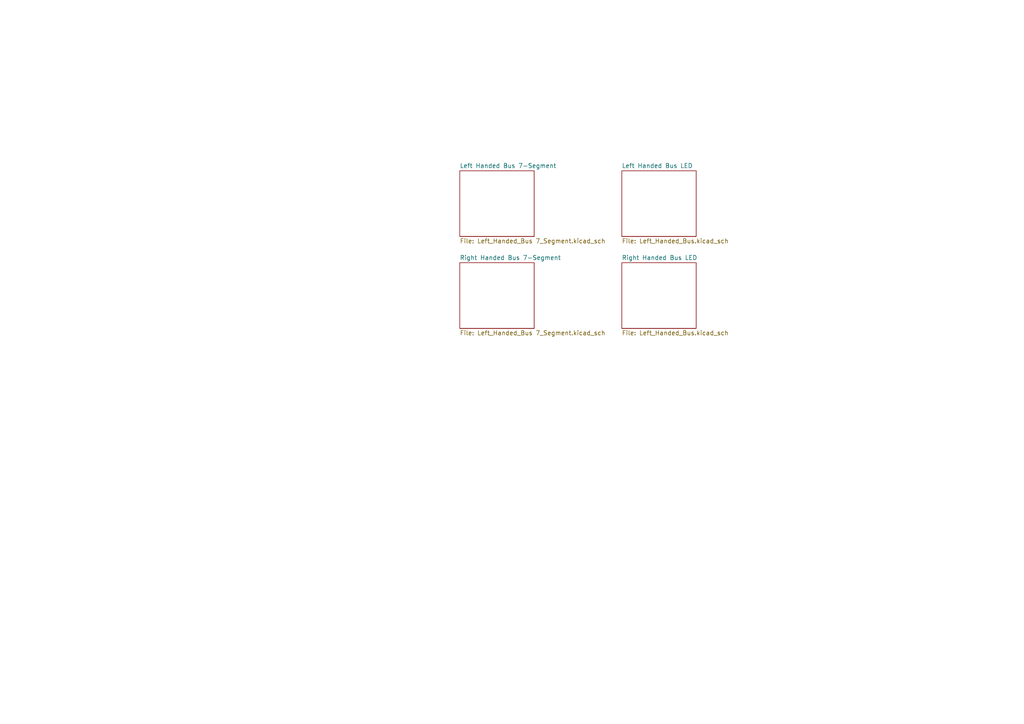
<source format=kicad_sch>
(kicad_sch (version 20211123) (generator eeschema)
  (paper "A4")
  (lib_symbols)
  (sheet (at 133.35 49.53) (size 21.59 19.05) (stroke (width 0.1524))
    (property "Sheet name" "Left Handed Bus 7-Segment" (at 133.35 48.8184 0) (effects (justify left bottom)))
    (property "Sheet file" "Left_Handed_Bus 7_Segment.kicad_sch" (at 133.35 69.1646 0) (effects (justify left top)))
  )
  (sheet (at 180.34 76.2) (size 21.59 19.05) (stroke (width 0.1524))
    (property "Sheet name" "Right Handed Bus LED" (at 180.34 75.4884 0) (effects (justify left bottom)))
    (property "Sheet file" "Left_Handed_Bus.kicad_sch" (at 180.34 95.8346 0) (effects (justify left top)))
  )
  (sheet (at 180.34 49.53) (size 21.59 19.05) (stroke (width 0.1524))
    (property "Sheet name" "Left Handed Bus LED" (at 180.34 48.8184 0) (effects (justify left bottom)))
    (property "Sheet file" "Left_Handed_Bus.kicad_sch" (at 180.34 69.1646 0) (effects (justify left top)))
  )
  (sheet (at 133.35 76.2) (size 21.59 19.05) (stroke (width 0.1524))
    (property "Sheet name" "Right Handed Bus 7-Segment" (at 133.35 75.4884 0) (effects (justify left bottom)))
    (property "Sheet file" "Left_Handed_Bus 7_Segment.kicad_sch" (at 133.35 95.8346 0) (effects (justify left top)))
  )
)
</source>
